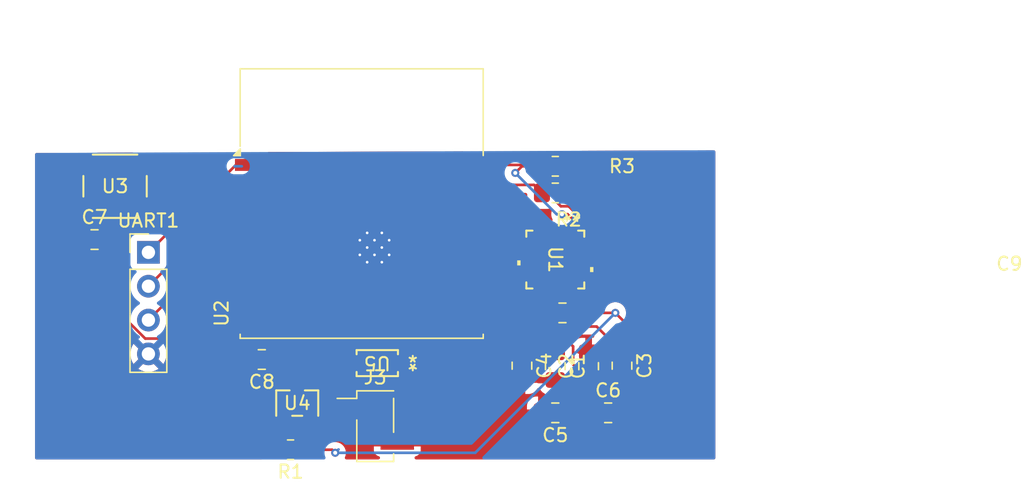
<source format=kicad_pcb>
(kicad_pcb (version 20241229) (generator "pcbnew") (generator_version "9.0")
  (layers (0 "F.Cu" signal) (2 "B.Cu" signal) (13 "F.Paste" user) (15 "B.Paste" user) (5 "F.SilkS" user "F.Silkscreen") (7 "B.SilkS" user "B.Silkscreen") (1 "F.Mask" user) (3 "B.Mask" user) (25 "Edge.Cuts" user))
  (net 0 "")
  (net 1 "Net-(U1-REGOUT)")
  (net 2 "GND")
  (net 3 "+3.3V")
  (net 4 "Net-(U1-CPOUT)")
  (net 5 "Net-(U1-VLOGIC)")
  (net 6 "RESET")
  (net 7 "Net-(U4-VIN)")
  (net 8 "Net-(J3-Pin_1)")
  (net 9 "SCL")
  (net 10 "SDA")
  (net 27 "Net-(U2-IO7)")
  (net 35 "Net-(U2-IO8)")
  (footprint "Connector_PinHeader_2.54mm:PinHeader_1x04_P2.54mm_Vertical" (layer "F.Cu") (at 66.5 75.96)
    (property "Reference" "UART1" (at 0 -2.38 0) (layer "F.SilkS"))
    (property "Value" "UART")
    (fp_line (start -1.38 -1.38) (end 0 -1.38) (stroke (width 0.12)) (layer "F.SilkS"))
    (fp_line (start -1.38 0) (end -1.38 -1.38) (stroke (width 0.12)) (layer "F.SilkS"))
    (fp_line (start -1.38 1.27) (end -1.38 9) (stroke (width 0.12)) (layer "F.SilkS"))
    (fp_line (start -1.38 1.27) (end 1.38 1.27) (stroke (width 0.12)) (layer "F.SilkS"))
    (fp_line (start -1.38 9) (end 1.38 9) (stroke (width 0.12)) (layer "F.SilkS"))
    (fp_line (start 1.38 1.27) (end 1.38 9) (stroke (width 0.12)) (layer "F.SilkS"))
    (pad "1" thru_hole rect (at 0 0) (size 1.7 1.7) (drill 1) (layers "*.Cu" "*.Mask") (net 3 "+3.3V"))
    (pad "2" thru_hole circle (at 0 2.54) (size 1.7 1.7) (drill 1) (layers "*.Cu" "*.Mask") (net 27 "Net-(U2-IO7)"))
    (pad "3" thru_hole circle (at 0 5.08) (size 1.7 1.7) (drill 1) (layers "*.Cu" "*.Mask") (net 35 "Net-(U2-IO8)"))
    (pad "4" thru_hole circle (at 0 7.62) (size 1.7 1.7) (drill 1) (layers "*.Cu" "*.Mask") (net 2 "GND"))
  )
  (footprint "Capacitor_SMD:C_0805_2012Metric_Pad1.18x1.45mm_HandSolder" (layer "F.Cu") (at 97.5375 80.5)
    (property "Reference" "C9" (at 33.5 -3.68 0) (layer "F.SilkS"))
    (property "Value" "1u")
    (fp_line (start -0.261252 -0.735) (end 0.261252 -0.735) (stroke (width 0.12)) (layer "F.SilkS"))
    (fp_line (start -0.261252 0.735) (end 0.261252 0.735) (stroke (width 0.12)) (layer "F.SilkS"))
    (pad "1" smd roundrect (at -1.0375 0) (size 1.175 1.45) (layers "F.Cu" "F.Mask" "F.Paste") (roundrect_rratio 0.212766) (net 2 "GND"))
    (pad "2" smd roundrect (at 1.0375 0) (size 1.175 1.45) (layers "F.Cu" "F.Mask" "F.Paste") (roundrect_rratio 0.212766) (net 3 "+3.3V"))
  )
  (footprint "Capacitor_SMD:C_0805_2012Metric_Pad1.18x1.45mm_HandSolder" (layer "F.Cu") (at 102 84.4625 -90)
    (property "Reference" "C3" (at 0 -1.68 90) (layer "F.SilkS"))
    (property "Value" "2.2 nf")
    (fp_line (start -0.261252 0.735) (end 0.261252 0.735) (stroke (width 0.12)) (layer "F.SilkS"))
    (fp_line (start -0.261252 -0.735) (end 0.261252 -0.735) (stroke (width 0.12)) (layer "F.SilkS"))
    (pad "1" smd roundrect (at -1.0375 0 270) (size 1.175 1.45) (layers "F.Cu" "F.Mask" "F.Paste") (roundrect_rratio 0.212766) (net 4 "Net-(U1-CPOUT)"))
    (pad "2" smd roundrect (at 1.0375 0 270) (size 1.175 1.45) (layers "F.Cu" "F.Mask" "F.Paste") (roundrect_rratio 0.212766) (net 2 "GND"))
  )
  (footprint "ul_XC6206P332MR-G:SOT-23_TOR" (layer "F.Cu") (at 77.655 87.27)
    (property "Reference" "U4" (at 0 0 0) (layer "F.SilkS"))
    (property "Value" "XC6206P332MR-G")
    (fp_line (start -1.5748 -0.9525) (end -1.5748 0.9525) (stroke (width 0.1524)) (layer "F.SilkS"))
    (fp_line (start -0.57404 -0.9525) (end -1.5748 -0.9525) (stroke (width 0.1524)) (layer "F.SilkS"))
    (fp_line (start -0.375961 0.9525) (end 0.375961 0.9525) (stroke (width 0.1524)) (layer "F.SilkS"))
    (fp_line (start 1.5748 -0.9525) (end 0.57404 -0.9525) (stroke (width 0.1524)) (layer "F.SilkS"))
    (fp_line (start 1.5748 0.9525) (end 1.5748 -0.9525) (stroke (width 0.1524)) (layer "F.SilkS"))
    (pad "1" smd rect (at -0.950001 1.1938) (size 0.4826 1.1176) (layers "F.Cu" "F.Mask" "F.Paste") (net 2 "GND"))
    (pad "2" smd rect (at 0.950001 1.1938) (size 0.4826 1.1176) (layers "F.Cu" "F.Mask" "F.Paste") (net 3 "+3.3V"))
    (pad "3" smd rect (at 0 -1.1938) (size 0.4826 1.1176) (layers "F.Cu" "F.Mask" "F.Paste") (net 7 "Net-(U4-VIN)"))
  )
  (footprint "Connector_PinHeader_2.54mm:PinHeader_1x02_P2.54mm_Vertical_SMD_Pin1Left" (layer "F.Cu") (at 83.5 89)
    (property "Reference" "J3" (at 0 -3.65 0) (layer "F.SilkS"))
    (property "Value" "Conn_01x02_Pin")
    (fp_line (start -1.38 -2.65) (end -1.38 -2.08) (stroke (width 0.12)) (layer "F.SilkS"))
    (fp_line (start -1.38 -2.65) (end 1.38 -2.65) (stroke (width 0.12)) (layer "F.SilkS"))
    (fp_line (start -1.38 -2.08) (end -2.85 -2.08) (stroke (width 0.12)) (layer "F.SilkS"))
    (fp_line (start -1.38 -0.46) (end -1.38 2.65) (stroke (width 0.12)) (layer "F.SilkS"))
    (fp_line (start -1.38 2.65) (end 1.38 2.65) (stroke (width 0.12)) (layer "F.SilkS"))
    (fp_line (start 1.38 -2.08) (end 1.38 0.46) (stroke (width 0.12)) (layer "F.SilkS"))
    (fp_line (start 1.38 2.08) (end 1.38 2.65) (stroke (width 0.12)) (layer "F.SilkS"))
    (pad "1" smd rect (at -1.655 -1.27) (size 2.51 1) (layers "F.Cu" "F.Mask" "F.Paste") (net 8 "Net-(J3-Pin_1)"))
    (pad "2" smd rect (at 1.655 1.27) (size 2.51 1) (layers "F.Cu" "F.Mask" "F.Paste") (net 2 "GND"))
  )
  (footprint "Resistor_SMD:R_0805_2012Metric_Pad1.20x1.40mm_HandSolder" (layer "F.Cu") (at 97 69.5)
    (property "Reference" "R3" (at 5 0 0) (layer "F.SilkS"))
    (property "Value" "5K")
    (fp_line (start -0.227064 -0.735) (end 0.227064 -0.735) (stroke (width 0.12)) (layer "F.SilkS"))
    (fp_line (start -0.227064 0.735) (end 0.227064 0.735) (stroke (width 0.12)) (layer "F.SilkS"))
    (pad "1" smd roundrect (at -1 0) (size 1.2 1.4) (layers "F.Cu" "F.Mask" "F.Paste") (roundrect_rratio 0.208333) (net 10 "SDA"))
    (pad "2" smd roundrect (at 1 0) (size 1.2 1.4) (layers "F.Cu" "F.Mask" "F.Paste") (roundrect_rratio 0.208333) (net 3 "+3.3V"))
  )
  (footprint "RF_Module:ESP32-C3-WROOM-02" (layer "F.Cu") (at 82.486999 75.3984)
    (property "Reference" "U2" (at -10.5 5.13 90) (layer "F.SilkS"))
    (property "Value" "ESP32-C3-WROOM-02")
    (fp_line (start -9.11 -13.21) (end -9.11 -7.4) (stroke (width 0.12)) (layer "F.SilkS"))
    (fp_line (start -9.11 -13.21) (end 9.11 -13.21) (stroke (width 0.12)) (layer "F.SilkS"))
    (fp_line (start -9.11 6.71) (end -9.11 7.01) (stroke (width 0.12)) (layer "F.SilkS"))
    (fp_line (start -9.11 7.01) (end 9.11 7.01) (stroke (width 0.12)) (layer "F.SilkS"))
    (fp_line (start 9.11 -13.21) (end 9.11 -6.71) (stroke (width 0.12)) (layer "F.SilkS"))
    (fp_line (start 9.11 6.71) (end 9.11 7.01) (stroke (width 0.12)) (layer "F.SilkS"))
    (fp_poly (pts (xy -9.1 -6.7) (xy -9.6 -6.7) (xy -9.1 -7.2) (xy -9.1 -6.7)) (stroke (width 0.12)) (fill yes) (layer "F.SilkS"))
    (pad "1" smd rect (at -8.75 -6) (size 1.5 0.9) (layers "F.Cu" "F.Mask" "F.Paste") (net 3 "+3.3V"))
    (pad "2" smd rect (at -8.75 -4.5) (size 1.5 0.9) (layers "F.Cu" "F.Mask" "F.Paste") (net 6 "RESET"))
    (pad "3" smd rect (at -8.75 -3) (size 1.5 0.9) (layers "F.Cu" "F.Mask" "F.Paste"))
    (pad "4" smd rect (at -8.75 -1.5) (size 1.5 0.9) (layers "F.Cu" "F.Mask" "F.Paste"))
    (pad "5" smd rect (at -8.75 0) (size 1.5 0.9) (layers "F.Cu" "F.Mask" "F.Paste"))
    (pad "6" smd rect (at -8.75 1.5) (size 1.5 0.9) (layers "F.Cu" "F.Mask" "F.Paste") (net 27 "Net-(U2-IO7)"))
    (pad "7" smd rect (at -8.75 3) (size 1.5 0.9) (layers "F.Cu" "F.Mask" "F.Paste") (net 35 "Net-(U2-IO8)"))
    (pad "8" smd rect (at -8.75 4.5) (size 1.5 0.9) (layers "F.Cu" "F.Mask" "F.Paste"))
    (pad "9" smd rect (at -8.75 6) (size 1.5 0.9) (layers "F.Cu" "F.Mask" "F.Paste") (net 2 "GND"))
    (pad "10" smd rect (at 8.75 6) (size 1.5 0.9) (layers "F.Cu" "F.Mask" "F.Paste"))
    (pad "11" smd rect (at 8.75 4.5) (size 1.5 0.9) (layers "F.Cu" "F.Mask" "F.Paste"))
    (pad "12" smd rect (at 8.75 3) (size 1.5 0.9) (layers "F.Cu" "F.Mask" "F.Paste"))
    (pad "13" smd rect (at 8.75 1.5) (size 1.5 0.9) (layers "F.Cu" "F.Mask" "F.Paste"))
    (pad "14" smd rect (at 8.75 0) (size 1.5 0.9) (layers "F.Cu" "F.Mask" "F.Paste"))
    (pad "15" smd rect (at 8.75 -1.5) (size 1.5 0.9) (layers "F.Cu" "F.Mask" "F.Paste"))
    (pad "16" smd rect (at 8.75 -3) (size 1.5 0.9) (layers "F.Cu" "F.Mask" "F.Paste"))
    (pad "17" smd rect (at 8.75 -4.5) (size 1.5 0.9) (layers "F.Cu" "F.Mask" "F.Paste") (net 9 "SCL"))
    (pad "18" smd rect (at 8.75 -6) (size 1.5 0.9) (layers "F.Cu" "F.Mask" "F.Paste") (net 10 "SDA"))
    (pad "19" thru_hole circle (at -0.14 -0.35) (size 0.6 0.6) (drill 0.2) (property pad_prop_heatsink) (layers "*.Cu" "F.Mask") (net 2 "GND"))
    (pad "19" thru_hole circle (at -0.14 0.75) (size 0.6 0.6) (drill 0.2) (property pad_prop_heatsink) (layers "*.Cu" "F.Mask") (net 2 "GND"))
    (pad "19" thru_hole circle (at 0.41 -0.9) (size 0.6 0.6) (drill 0.2) (property pad_prop_heatsink) (layers "*.Cu" "F.Mask") (net 2 "GND"))
    (pad "19" thru_hole circle (at 0.41 0.2) (size 0.6 0.6) (drill 0.2) (property pad_prop_heatsink) (layers "*.Cu" "F.Mask") (net 2 "GND"))
    (pad "19" thru_hole circle (at 0.41 1.3) (size 0.6 0.6) (drill 0.2) (property pad_prop_heatsink) (layers "*.Cu" "F.Mask") (net 2 "GND"))
    (pad "19" thru_hole circle (at 0.96 -0.35) (size 0.6 0.6) (drill 0.2) (property pad_prop_heatsink) (layers "*.Cu" "F.Mask") (net 2 "GND"))
    (pad "19" smd rect (at 0.96 0.2) (size 2.9 2.9) (property pad_prop_heatsink) (layers "F.Cu" "F.Mask") (net 2 "GND"))
    (pad "19" thru_hole circle (at 0.96 0.75) (size 0.6 0.6) (drill 0.2) (property pad_prop_heatsink) (layers "*.Cu" "F.Mask") (net 2 "GND"))
    (pad "19" thru_hole circle (at 1.51 -0.9) (size 0.6 0.6) (drill 0.2) (property pad_prop_heatsink) (layers "*.Cu" "F.Mask") (net 2 "GND"))
    (pad "19" thru_hole circle (at 1.51 0.2) (size 0.6 0.6) (drill 0.2) (property pad_prop_heatsink) (layers "*.Cu" "F.Mask") (net 2 "GND"))
    (pad "19" thru_hole circle (at 1.51 1.3) (size 0.6 0.6) (drill 0.2) (property pad_prop_heatsink) (layers "*.Cu" "F.Mask") (net 2 "GND"))
    (pad "19" thru_hole circle (at 2.06 -0.35) (size 0.6 0.6) (drill 0.2) (property pad_prop_heatsink) (layers "*.Cu" "F.Mask") (net 2 "GND"))
    (pad "19" thru_hole circle (at 2.06 0.75) (size 0.6 0.6) (drill 0.2) (property pad_prop_heatsink) (layers "*.Cu" "F.Mask") (net 2 "GND"))
    (zone (net 0) (net_name "") (layers "F.Cu" "B.Cu") (connect_pads (clearance 0)) (min_thickness 0.254)
      (keepout (tracks not_allowed) (vias not_allowed) (pads not_allowed) (copperpour not_allowed) (footprints not_allowed))
      (fill (thermal_gap 0.508) (thermal_bridge_width 0.508))
      (polygon (pts (xy 68.486999 68.2984) (xy 96.486999 68.2984) (xy 96.486999 57.2984) (xy 68.486999 57.2984)))
    )
  )
  (footprint "Capacitor_SMD:C_0805_2012Metric_Pad1.18x1.45mm_HandSolder" (layer "F.Cu") (at 75 84 180)
    (property "Reference" "C8" (at 0 -1.68 0) (layer "F.SilkS"))
    (property "Value" "1u")
    (fp_line (start -0.261252 0.735) (end 0.261252 0.735) (stroke (width 0.12)) (layer "F.SilkS"))
    (fp_line (start -0.261252 -0.735) (end 0.261252 -0.735) (stroke (width 0.12)) (layer "F.SilkS"))
    (pad "1" smd roundrect (at -1.0375 0 180) (size 1.175 1.45) (layers "F.Cu" "F.Mask" "F.Paste") (roundrect_rratio 0.212766) (net 2 "GND"))
    (pad "2" smd roundrect (at 1.0375 0 180) (size 1.175 1.45) (layers "F.Cu" "F.Mask" "F.Paste") (roundrect_rratio 0.212766) (net 7 "Net-(U4-VIN)"))
  )
  (footprint "Capacitor_SMD:C_0805_2012Metric_Pad1.18x1.45mm_HandSolder" (layer "F.Cu") (at 94.5 84.4625 -90)
    (property "Reference" "C4" (at 0 -1.68 90) (layer "F.SilkS"))
    (property "Value" "10 nf")
    (fp_line (start -0.261252 0.735) (end 0.261252 0.735) (stroke (width 0.12)) (layer "F.SilkS"))
    (fp_line (start -0.261252 -0.735) (end 0.261252 -0.735) (stroke (width 0.12)) (layer "F.SilkS"))
    (pad "1" smd roundrect (at -1.0375 0 270) (size 1.175 1.45) (layers "F.Cu" "F.Mask" "F.Paste") (roundrect_rratio 0.212766) (net 5 "Net-(U1-VLOGIC)"))
    (pad "2" smd roundrect (at 1.0375 0 270) (size 1.175 1.45) (layers "F.Cu" "F.Mask" "F.Paste") (roundrect_rratio 0.212766) (net 2 "GND"))
  )
  (footprint "Resistor_SMD:R_0805_2012Metric_Pad1.20x1.40mm_HandSolder" (layer "F.Cu") (at 77.155 90.77 180)
    (property "Reference" "R1" (at 0 -1.65 0) (layer "F.SilkS"))
    (property "Value" "5K")
    (fp_line (start -0.227064 0.735) (end 0.227064 0.735) (stroke (width 0.12)) (layer "F.SilkS"))
    (fp_line (start -0.227064 -0.735) (end 0.227064 -0.735) (stroke (width 0.12)) (layer "F.SilkS"))
    (pad "1" smd roundrect (at -1 0 180) (size 1.2 1.4) (layers "F.Cu" "F.Mask" "F.Paste") (roundrect_rratio 0.208333) (net 3 "+3.3V"))
    (pad "2" smd roundrect (at 1 0 180) (size 1.2 1.4) (layers "F.Cu" "F.Mask" "F.Paste") (roundrect_rratio 0.208333) (net 6 "RESET"))
  )
  (footprint "Capacitor_SMD:C_0805_2012Metric_Pad1.18x1.45mm_HandSolder" (layer "F.Cu") (at 97 84.5 -90)
    (property "Reference" "C1" (at 0 -1.68 90) (layer "F.SilkS"))
    (property "Value" "0.1 uf")
    (fp_line (start -0.261252 0.735) (end 0.261252 0.735) (stroke (width 0.12)) (layer "F.SilkS"))
    (fp_line (start -0.261252 -0.735) (end 0.261252 -0.735) (stroke (width 0.12)) (layer "F.SilkS"))
    (pad "1" smd roundrect (at -1.0375 0 270) (size 1.175 1.45) (layers "F.Cu" "F.Mask" "F.Paste") (roundrect_rratio 0.212766) (net 1 "Net-(U1-REGOUT)"))
    (pad "2" smd roundrect (at 1.0375 0 270) (size 1.175 1.45) (layers "F.Cu" "F.Mask" "F.Paste") (roundrect_rratio 0.212766) (net 2 "GND"))
  )
  (footprint "Resistor_SMD:R_0805_2012Metric_Pad1.20x1.40mm_HandSolder" (layer "F.Cu") (at 97 71.5 180)
    (property "Reference" "R2" (at -1 -2 0) (layer "F.SilkS"))
    (property "Value" "5K")
    (fp_line (start -0.227064 0.735) (end 0.227064 0.735) (stroke (width 0.12)) (layer "F.SilkS"))
    (fp_line (start -0.227064 -0.735) (end 0.227064 -0.735) (stroke (width 0.12)) (layer "F.SilkS"))
    (pad "1" smd roundrect (at -1 0 180) (size 1.2 1.4) (layers "F.Cu" "F.Mask" "F.Paste") (roundrect_rratio 0.208333) (net 3 "+3.3V"))
    (pad "2" smd roundrect (at 1 0 180) (size 1.2 1.4) (layers "F.Cu" "F.Mask" "F.Paste") (roundrect_rratio 0.208333) (net 9 "SCL"))
  )
  (footprint "1N5819HW_7_F:1N5819HW-7-F_DIO" (layer "F.Cu") (at 83.655 84.27 180)
    (property "Reference" "U5" (at 0 0 180) (layer "F.SilkS"))
    (property "Value" "1N5819HW-7-F")
    (fp_line (start 1.5494 0.9779) (end 1.5494 0.66294) (stroke (width 0.1524)) (layer "F.SilkS"))
    (fp_line (start 1.5494 -0.66294) (end 1.5494 -0.9779) (stroke (width 0.1524)) (layer "F.SilkS"))
    (fp_line (start 1.5494 -0.9779) (end -1.5494 -0.9779) (stroke (width 0.1524)) (layer "F.SilkS"))
    (fp_line (start -1.5494 0.9779) (end 1.5494 0.9779) (stroke (width 0.1524)) (layer "F.SilkS"))
    (fp_line (start -1.5494 0.66294) (end -1.5494 0.9779) (stroke (width 0.1524)) (layer "F.SilkS"))
    (fp_line (start -1.5494 -0.9779) (end -1.5494 -0.66294) (stroke (width 0.1524)) (layer "F.SilkS"))
    (fp_text user "*" (at -2.6616 0 180) (layer "F.SilkS"))
    (fp_text user "*" (at -2.6616 0 180) (layer "F.SilkS"))
    (pad "1" smd rect (at -1.7218 0 180) (size 1.1176 0.6604) (layers "F.Cu" "F.Mask" "F.Paste") (net 8 "Net-(J3-Pin_1)"))
    (pad "2" smd rect (at 1.7218 0 180) (size 1.1176 0.6604) (layers "F.Cu" "F.Mask" "F.Paste") (net 7 "Net-(U4-VIN)"))
  )
  (footprint "ul_PTS647SM38SMTR2LFS:SW_PTS647SM38SMTR2LFS_CNK" (layer "F.Cu") (at 64 71)
    (property "Reference" "U3" (at 0 0 0) (layer "F.SilkS"))
    (property "Value" "PTS647SM38SMTR2LFS")
    (fp_line (start -2.3749 -0.771959) (end -2.3749 0.771959) (stroke (width 0.1524)) (layer "F.SilkS"))
    (fp_line (start -1.669914 2.3749) (end 1.669914 2.3749) (stroke (width 0.1524)) (layer "F.SilkS"))
    (fp_line (start 1.669914 -2.3749) (end -1.669914 -2.3749) (stroke (width 0.1524)) (layer "F.SilkS"))
    (fp_line (start 2.3749 0.771959) (end 2.3749 -0.771959) (stroke (width 0.1524)) (layer "F.SilkS"))
    (pad "1" smd rect (at -2.625001 -1.599999) (size 1.5494 0.9906) (layers "F.Cu" "F.Mask" "F.Paste"))
    (pad "2" smd rect (at 2.625001 -1.599999) (size 1.5494 0.9906) (layers "F.Cu" "F.Mask" "F.Paste") (net 6 "RESET"))
    (pad "3" smd rect (at -2.625001 1.599999) (size 1.5494 0.9906) (layers "F.Cu" "F.Mask" "F.Paste") (net 2 "GND"))
    (pad "4" smd rect (at 2.625001 1.599999) (size 1.5494 0.9906) (layers "F.Cu" "F.Mask" "F.Paste"))
  )
  (footprint "Capacitor_SMD:C_0805_2012Metric_Pad1.18x1.45mm_HandSolder" (layer "F.Cu") (at 99.5 84.5 90)
    (property "Reference" "C2" (at 0 -1.68 90) (layer "F.SilkS"))
    (property "Value" "0.1 uf")
    (fp_line (start -0.261252 -0.735) (end 0.261252 -0.735) (stroke (width 0.12)) (layer "F.SilkS"))
    (fp_line (start -0.261252 0.735) (end 0.261252 0.735) (stroke (width 0.12)) (layer "F.SilkS"))
    (pad "1" smd roundrect (at -1.0375 0 90) (size 1.175 1.45) (layers "F.Cu" "F.Mask" "F.Paste") (roundrect_rratio 0.212766) (net 3 "+3.3V"))
    (pad "2" smd roundrect (at 1.0375 0 90) (size 1.175 1.45) (layers "F.Cu" "F.Mask" "F.Paste") (roundrect_rratio 0.212766) (net 2 "GND"))
  )
  (footprint "Capacitor_SMD:C_0805_2012Metric_Pad1.18x1.45mm_HandSolder" (layer "F.Cu") (at 62.4625 75)
    (property "Reference" "C7" (at 0 -1.68 0) (layer "F.SilkS"))
    (property "Value" "1u")
    (fp_line (start -0.261252 -0.735) (end 0.261252 -0.735) (stroke (width 0.12)) (layer "F.SilkS"))
    (fp_line (start -0.261252 0.735) (end 0.261252 0.735) (stroke (width 0.12)) (layer "F.SilkS"))
    (pad "1" smd roundrect (at -1.0375 0) (size 1.175 1.45) (layers "F.Cu" "F.Mask" "F.Paste") (roundrect_rratio 0.212766) (net 2 "GND"))
    (pad "2" smd roundrect (at 1.0375 0) (size 1.175 1.45) (layers "F.Cu" "F.Mask" "F.Paste") (roundrect_rratio 0.212766) (net 6 "RESET"))
  )
  (footprint "Capacitor_SMD:C_0805_2012Metric_Pad1.18x1.45mm_HandSolder" (layer "F.Cu") (at 100.9625 88)
    (property "Reference" "C6" (at 0 -1.68 0) (layer "F.SilkS"))
    (property "Value" "10u")
    (fp_line (start -0.261252 -0.735) (end 0.261252 -0.735) (stroke (width 0.12)) (layer "F.SilkS"))
    (fp_line (start -0.261252 0.735) (end 0.261252 0.735) (stroke (width 0.12)) (layer "F.SilkS"))
    (pad "1" smd roundrect (at -1.0375 0) (size 1.175 1.45) (layers "F.Cu" "F.Mask" "F.Paste") (roundrect_rratio 0.212766) (net 3 "+3.3V"))
    (pad "2" smd roundrect (at 1.0375 0) (size 1.175 1.45) (layers "F.Cu" "F.Mask" "F.Paste") (roundrect_rratio 0.212766) (net 2 "GND"))
  )
  (footprint "footprints:QFN24_4X4X0P9-0P5_TDK" (layer "F.Cu") (at 97 76.5 -90)
    (property "Reference" "U1" (at 0 0 270) (layer "F.SilkS"))
    (property "Value" "MPU-6050")
    (fp_line (start -2.1717 2.1717) (end -1.710055 2.1717) (stroke (width 0.1524)) (layer "F.SilkS"))
    (fp_line (start 1.710055 2.1717) (end 2.1717 2.1717) (stroke (width 0.1524)) (layer "F.SilkS"))
    (fp_line (start 2.1717 2.1717) (end 2.1717 1.710055) (stroke (width 0.1524)) (layer "F.SilkS"))
    (fp_line (start -2.1717 1.710055) (end -2.1717 2.1717) (stroke (width 0.1524)) (layer "F.SilkS"))
    (fp_line (start 2.1717 -1.710055) (end 2.1717 -2.1717) (stroke (width 0.1524)) (layer "F.SilkS"))
    (fp_line (start -2.1717 -2.1717) (end -2.1717 -1.710055) (stroke (width 0.1524)) (layer "F.SilkS"))
    (fp_line (start -1.710055 -2.1717) (end -2.1717 -2.1717) (stroke (width 0.1524)) (layer "F.SilkS"))
    (fp_line (start 2.1717 -2.1717) (end 1.710055 -2.1717) (stroke (width 0.1524)) (layer "F.SilkS"))
    (fp_poly (pts (xy 0.059563 2.6035) (xy 0.059563 2.8575) (xy 0.440563 2.8575) (xy 0.440563 2.6035)) (fill yes) (layer "F.SilkS"))
    (fp_poly (pts (xy 0.559689 -2.6035) (xy 0.559689 -2.8575) (xy 0.940689 -2.8575) (xy 0.940689 -2.6035)) (fill yes) (layer "F.SilkS"))
    (fp_text user "*" (at -3.1369 -1.250315 90) (layer "F.SilkS"))
    (fp_text user "*" (at -3.1369 -1.250315 270) (layer "F.SilkS"))
    (pad "1" smd rect (at -1.9939 -1.250315) (size 0.254 0.7112) (layers "F.Cu" "F.Mask" "F.Paste"))
    (pad "2" smd rect (at -1.9939 -0.750189) (size 0.254 0.7112) (layers "F.Cu" "F.Mask" "F.Paste"))
    (pad "3" smd rect (at -1.9939 -0.250063) (size 0.254 0.7112) (layers "F.Cu" "F.Mask" "F.Paste"))
    (pad "4" smd rect (at -1.9939 0.250063) (size 0.254 0.7112) (layers "F.Cu" "F.Mask" "F.Paste"))
    (pad "5" smd rect (at -1.9939 0.750189) (size 0.254 0.7112) (layers "F.Cu" "F.Mask" "F.Paste"))
    (pad "6" smd rect (at -1.9939 1.250315) (size 0.254 0.7112) (layers "F.Cu" "F.Mask" "F.Paste"))
    (pad "7" smd rect (at -1.250315 1.9939 270) (size 0.254 0.7112) (layers "F.Cu" "F.Mask" "F.Paste"))
    (pad "8" smd rect (at -0.750189 1.9939 270) (size 0.254 0.7112) (layers "F.Cu" "F.Mask" "F.Paste") (net 5 "Net-(U1-VLOGIC)"))
    (pad "9" smd rect (at -0.250063 1.9939 270) (size 0.254 0.7112) (layers "F.Cu" "F.Mask" "F.Paste") (net 2 "GND"))
    (pad "10" smd rect (at 0.250063 1.9939 270) (size 0.254 0.7112) (layers "F.Cu" "F.Mask" "F.Paste") (net 1 "Net-(U1-REGOUT)"))
    (pad "11" smd rect (at 0.750189 1.9939 270) (size 0.254 0.7112) (layers "F.Cu" "F.Mask" "F.Paste") (net 2 "GND"))
    (pad "12" smd rect (at 1.250315 1.9939 270) (size 0.254 0.7112) (layers "F.Cu" "F.Mask" "F.Paste") (net 2 "GND"))
    (pad "13" smd rect (at 1.9939 1.250315) (size 0.254 0.7112) (layers "F.Cu" "F.Mask" "F.Paste") (net 3 "+3.3V"))
    (pad "14" smd rect (at 1.9939 0.750189) (size 0.254 0.7112) (layers "F.Cu" "F.Mask" "F.Paste"))
    (pad "15" smd rect (at 1.9939 0.250063) (size 0.254 0.7112) (layers "F.Cu" "F.Mask" "F.Paste"))
    (pad "16" smd rect (at 1.9939 -0.250063) (size 0.254 0.7112) (layers "F.Cu" "F.Mask" "F.Paste"))
    (pad "17" smd rect (at 1.9939 -0.750189) (size 0.254 0.7112) (layers "F.Cu" "F.Mask" "F.Paste"))
    (pad "18" smd rect (at 1.9939 -1.250315) (size 0.254 0.7112) (layers "F.Cu" "F.Mask" "F.Paste") (net 2 "GND"))
    (pad "19" smd rect (at 1.250315 -1.9939 270) (size 0.254 0.7112) (layers "F.Cu" "F.Mask" "F.Paste"))
    (pad "20" smd rect (at 0.750189 -1.9939 270) (size 0.254 0.7112) (layers "F.Cu" "F.Mask" "F.Paste") (net 4 "Net-(U1-CPOUT)"))
    (pad "21" smd rect (at 0.250063 -1.9939 270) (size 0.254 0.7112) (layers "F.Cu" "F.Mask" "F.Paste"))
    (pad "22" smd rect (at -0.250063 -1.9939 270) (size 0.254 0.7112) (layers "F.Cu" "F.Mask" "F.Paste"))
    (pad "23" smd rect (at -0.750189 -1.9939 270) (size 0.254 0.7112) (layers "F.Cu" "F.Mask" "F.Paste") (net 9 "SCL"))
    (pad "24" smd rect (at -1.250315 -1.9939 270) (size 0.254 0.7112) (layers "F.Cu" "F.Mask" "F.Paste") (net 10 "SDA"))
    (pad "25" smd rect (at 0 0 270) (size 2.7432 2.6416) (layers "F.Cu" "F.Mask" "F.Paste"))
  )
  (footprint "Capacitor_SMD:C_0805_2012Metric_Pad1.18x1.45mm_HandSolder" (layer "F.Cu") (at 97 88 180)
    (property "Reference" "C5" (at 0 -1.68 0) (layer "F.SilkS"))
    (property "Value" "0.1u")
    (fp_line (start -0.261252 0.735) (end 0.261252 0.735) (stroke (width 0.12)) (layer "F.SilkS"))
    (fp_line (start -0.261252 -0.735) (end 0.261252 -0.735) (stroke (width 0.12)) (layer "F.SilkS"))
    (pad "1" smd roundrect (at -1.0375 0 180) (size 1.175 1.45) (layers "F.Cu" "F.Mask" "F.Paste") (roundrect_rratio 0.212766) (net 3 "+3.3V"))
    (pad "2" smd roundrect (at 1.0375 0 180) (size 1.175 1.45) (layers "F.Cu" "F.Mask" "F.Paste") (roundrect_rratio 0.212766) (net 2 "GND"))
  )
  (segment (start 94.3495 76.822189) (end 94.3495 80.812) (width 0.2) (layer "F.Cu") (net 1))
  (segment (start 95.0061 76.750063) (end 94.421626 76.750063) (width 0.2) (layer "F.Cu") (net 1))
  (segment (start 94.421626 76.750063) (end 94.3495 76.822189) (width 0.2) (layer "F.Cu") (net 1))
  (segment (start 94.3495 80.812) (end 97 83.4625) (width 0.2) (layer "F.Cu") (net 1))
  (segment (start 98.7375 83.4625) (end 99.5 83.4625) (width 0.2) (layer "F.Cu") (net 2))
  (segment (start 96.5 80.5) (end 96.5 81.225) (width 0.2) (layer "F.Cu") (net 2))
  (segment (start 94.5375 85.5375) (end 94.5 85.5) (width 0.2) (layer "F.Cu") (net 2))
  (segment (start 97 85.5375) (end 97.425 85.5375) (width 0.2) (layer "F.Cu") (net 2))
  (segment (start 101.5375 85.5) (end 102 85.5) (width 0.2) (layer "F.Cu") (net 2))
  (segment (start 85.155 90.155) (end 85 90) (width 0.2) (layer "F.Cu") (net 2))
  (segment (start 100.951 86.974) (end 99.925 88) (width 0.2) (layer "F.Cu") (net 3))
  (segment (start 80.27 90.77) (end 80.5 91) (width 0.2) (layer "F.Cu") (net 3))
  (segment (start 104 85.54666) (end 102.57266 86.974) (width 0.2) (layer "F.Cu") (net 3))
  (segment (start 101 72.5) (end 101 78.075) (width 0.2) (layer "F.Cu") (net 3))
  (segment (start 98.3365 84.374) (end 99.5 85.5375) (width 0.2) (layer "F.Cu") (net 3))
  (segment (start 101.5 80.5) (end 98.575 80.5) (width 0.2) (layer "F.Cu") (net 3))
  (segment (start 100.0515 79.0235) (end 98.575 80.5) (width 0.2) (layer "F.Cu") (net 3))
  (segment (start 98.0375 88) (end 99.925 88) (width 0.2) (layer "F.Cu") (net 3))
  (segment (start 97.8891 82.574) (end 98.3365 83.0214) (width 0.2) (layer "F.Cu") (net 3))
  (segment (start 95.749685 78.4939) (end 95.6115 78.632085) (width 0.2) (layer "F.Cu") (net 3))
  (segment (start 96.97534 82.574) (end 97.8891 82.574) (width 0.2) (layer "F.Cu") (net 3))
  (segment (start 66.5 75.96) (end 73.0616 69.3984) (width 0.2) (layer "F.Cu") (net 3))
  (segment (start 78.605001 88.4638) (end 78.605001 90.319999) (width 0.2) (layer "F.Cu") (net 3))
  (segment (start 101 78.075) (end 100.0515 79.0235) (width 0.2) (layer "F.Cu") (net 3))
  (segment (start 78.605001 90.319999) (end 78.155 90.77) (width 0.2) (layer "F.Cu") (net 3))
  (segment (start 95.6115 78.632085) (end 95.6115 81.21016) (width 0.2) (layer "F.Cu") (net 3))
  (segment (start 98 69.5) (end 101 72.5) (width 0.2) (layer "F.Cu") (net 3))
  (segment (start 98.3365 83.0214) (end 98.3365 84.374) (width 0.2) (layer "F.Cu") (net 3))
  (segment (start 98.0375 87) (end 99.5 85.5375) (width 0.2) (layer "F.Cu") (net 3))
  (segment (start 104 83) (end 104 85.54666) (width 0.2) (layer "F.Cu") (net 3))
  (segment (start 98.0375 88) (end 98.0375 87) (width 0.2) (layer "F.Cu") (net 3))
  (segment (start 95.6115 81.21016) (end 96.97534 82.574) (width 0.2) (layer "F.Cu") (net 3))
  (segment (start 73.0616 69.3984) (end 73.736999 69.3984) (width 0.2) (layer "F.Cu") (net 3))
  (segment (start 101 74.5) (end 101 78.075) (width 0.2) (layer "F.Cu") (net 3))
  (segment (start 78.155 90.77) (end 80.27 90.77) (width 0.2) (layer "F.Cu") (net 3))
  (segment (start 98 71.5) (end 101 74.5) (width 0.2) (layer "F.Cu") (net 3))
  (segment (start 78.155 90.77) (end 78.456 91.071) (width 0.2) (layer "F.Cu") (net 3))
  (segment (start 101.5 80.5) (end 104 83) (width 0.2) (layer "F.Cu") (net 3))
  (segment (start 102.57266 86.974) (end 100.951 86.974) (width 0.2) (layer "F.Cu") (net 3))
  (via (at 101.5 80.5) (size 0.6) (drill 0.3) (layers "F.Cu" "B.Cu") (net 3))
  (via (at 80.5 91) (size 0.6) (drill 0.3) (layers "F.Cu" "B.Cu") (net 3))
  (segment (start 72.96 69.5) (end 73.5 69.5) (width 0.2) (layer "B.Cu") (net 3))
  (segment (start 80.5 91) (end 80.75 90.75) (width 0.2) (layer "B.Cu") (net 3))
  (segment (start 80.5 91) (end 91 91) (width 0.2) (layer "B.Cu") (net 3))
  (segment (start 91 91) (end 101.5 80.5) (width 0.2) (layer "B.Cu") (net 3))
  (segment (start 99.6505 78.178315) (end 99.6505 77.322315) (width 0.2) (layer "F.Cu") (net 4))
  (segment (start 98.00234 79.474) (end 98.354815 79.474) (width 0.2) (layer "F.Cu") (net 4))
  (segment (start 99.578374 77.250189) (end 98.9939 77.250189) (width 0.2) (layer "F.Cu") (net 4))
  (segment (start 97.6865 81.21016) (end 97.6865 79.78984) (width 0.2) (layer "F.Cu") (net 4))
  (segment (start 102 83.425) (end 100.101 81.526) (width 0.2) (layer "F.Cu") (net 4))
  (segment (start 99.6505 77.322315) (end 99.578374 77.250189) (width 0.2) (layer "F.Cu") (net 4))
  (segment (start 97.6865 79.78984) (end 98.00234 79.474) (width 0.2) (layer "F.Cu") (net 4))
  (segment (start 98.354815 79.474) (end 99.6505 78.178315) (width 0.2) (layer "F.Cu") (net 4))
  (segment (start 100.101 81.526) (end 98.00234 81.526) (width 0.2) (layer "F.Cu") (net 4))
  (segment (start 98.00234 81.526) (end 97.6865 81.21016) (width 0.2) (layer "F.Cu") (net 4))
  (segment (start 93.9485 76.276937) (end 94.475626 75.749811) (width 0.2) (layer "F.Cu") (net 5))
  (segment (start 94.5 83.425) (end 93.9485 82.8735) (width 0.2) (layer "F.Cu") (net 5))
  (segment (start 94.475626 75.749811) (end 95.0061 75.749811) (width 0.2) (layer "F.Cu") (net 5))
  (segment (start 93.9485 82.8735) (end 93.9485 76.276937) (width 0.2) (layer "F.Cu") (net 5))
  (segment (start 66.26124 82.429) (end 63.5 79.66776) (width 0.2) (layer "F.Cu") (net 6))
  (segment (start 74.787999 70.1494) (end 74.787999 68.6474) (width 0.2) (layer "F.Cu") (net 6))
  (segment (start 73.736999 70.8984) (end 74.038999 70.8984) (width 0.2) (layer "F.Cu") (net 6))
  (segment (start 74.787999 68.6474) (end 67.377602 68.6474) (width 0.2) (layer "F.Cu") (net 6))
  (segment (start 76.155 90.77) (end 67.814 82.429) (width 0.2) (layer "F.Cu") (net 6))
  (segment (start 67.377602 68.6474) (end 66.625001 69.400001) (width 0.2) (layer "F.Cu") (net 6))
  (segment (start 74.038999 70.8984) (end 74.787999 70.1494) (width 0.2) (layer "F.Cu") (net 6))
  (segment (start 63.5 72.525002) (end 63.5 75) (width 0.2) (layer "F.Cu") (net 6))
  (segment (start 63.5 79.66776) (end 63.5 75) (width 0.2) (layer "F.Cu") (net 6))
  (segment (start 66.625001 69.400001) (end 63.5 72.525002) (width 0.2) (layer "F.Cu") (net 6))
  (segment (start 67.814 82.429) (end 66.26124 82.429) (width 0.2) (layer "F.Cu") (net 6))
  (segment (start 81.9332 84.27) (end 79.4612 84.27) (width 0.2) (layer "F.Cu") (net 7))
  (segment (start 76.61016 82.974) (end 77.655 84.01884) (width 0.2) (layer "F.Cu") (net 7))
  (segment (start 73.9625 84) (end 74.9885 82.974) (width 0.2) (layer "F.Cu") (net 7))
  (segment (start 79.4612 84.27) (end 77.655 86.0762) (width 0.2) (layer "F.Cu") (net 7))
  (segment (start 74.9885 82.974) (end 76.61016 82.974) (width 0.2) (layer "F.Cu") (net 7))
  (segment (start 77.655 84.01884) (end 77.655 86.0762) (width 0.2) (layer "F.Cu") (net 7))
  (segment (start 81.9168 87.73) (end 85.3768 84.27) (width 0.2) (layer "F.Cu") (net 8))
  (segment (start 81.845 87.73) (end 81.9168 87.73) (width 0.2) (layer "F.Cu") (net 8))
  (segment (start 97.41484 72.501) (end 98.001 72.501) (width 0.2) (layer "F.Cu") (net 9))
  (segment (start 98.001 72.501) (end 100 74.5) (width 0.2) (layer "F.Cu") (net 9))
  (segment (start 100 74.5) (end 100 75.5) (width 0.2) (layer "F.Cu") (net 9))
  (segment (start 96 71.5) (end 97 71.5) (width 0.2) (layer "F.Cu") (net 9))
  (segment (start 100 75.5) (end 99.750189 75.749811) (width 0.2) (layer "F.Cu") (net 9))
  (segment (start 97.099 72.18516) (end 97.41484 72.501) (width 0.2) (layer "F.Cu") (net 9))
  (segment (start 97.099 71.599) (end 97.099 72.18516) (width 0.2) (layer "F.Cu") (net 9))
  (segment (start 99.750189 75.749811) (end 98.9939 75.749811) (width 0.2) (layer "F.Cu") (net 9))
  (segment (start 95.3984 70.8984) (end 96 71.5) (width 0.2) (layer "F.Cu") (net 9))
  (segment (start 91.236999 70.8984) (end 95.3984 70.8984) (width 0.2) (layer "F.Cu") (net 9))
  (segment (start 97 71.5) (end 97.099 71.599) (width 0.2) (layer "F.Cu") (net 9))
  (segment (start 98.9939 74.165085) (end 97.929815 73.101) (width 0.2) (layer "F.Cu") (net 10))
  (segment (start 91.236999 69.3984) (end 95.8984 69.3984) (width 0.2) (layer "F.Cu") (net 10))
  (segment (start 94 70) (end 94.5 69.5) (width 0.2) (layer "F.Cu") (net 10))
  (segment (start 94.5 69.5) (end 96 69.5) (width 0.2) (layer "F.Cu") (net 10))
  (segment (start 97.929815 73.101) (end 97.5 73.101) (width 0.2) (layer "F.Cu") (net 10))
  (segment (start 98.9939 75.249685) (end 98.9939 74.165085) (width 0.2) (layer "F.Cu") (net 10))
  (segment (start 95.8984 69.3984) (end 96 69.5) (width 0.2) (layer "F.Cu") (net 10))
  (via (at 97.5 73.101) (size 0.6) (drill 0.3) (layers "F.Cu" "B.Cu") (net 10))
  (via (at 94 70) (size 0.6) (drill 0.3) (layers "F.Cu" "B.Cu") (net 10))
  (segment (start 97.101 73.101) (end 94 70) (width 0.2) (layer "B.Cu") (net 10))
  (segment (start 97.5 73.101) (end 97.101 73.101) (width 0.2) (layer "B.Cu") (net 10))
  (segment (start 68.1016 76.8984) (end 73.736999 76.8984) (width 0.2) (layer "F.Cu") (net 27))
  (segment (start 66.5 78.5) (end 68.1016 76.8984) (width 0.2) (layer "F.Cu") (net 27))
  (segment (start 66.5 81.04) (end 69.1416 78.3984) (width 0.2) (layer "F.Cu") (net 35))
  (segment (start 69.1416 78.3984) (end 73.736999 78.3984) (width 0.2) (layer "F.Cu") (net 35))
  (zone (net 2) (net_name "GND") (layer "F.Cu") (priority 1) (connect_pads (clearance 0.5)) (min_thickness 0.25) (fill yes (thermal_gap 0.5) (thermal_bridge_width 0.5))
    (polygon (pts (xy 58 68.5) (xy 109 68.2984) (xy 109 91.5) (xy 58 91.5)))
  )
  (zone (net 2) (net_name "GND") (layer "B.Cu") (connect_pads (clearance 0.5)) (min_thickness 0.25) (fill yes (thermal_gap 0.5) (thermal_bridge_width 0.5))
    (polygon (pts (xy 58 68.5) (xy 109 68.2984) (xy 109 91.5) (xy 58 91.5)))
  )
)
</source>
